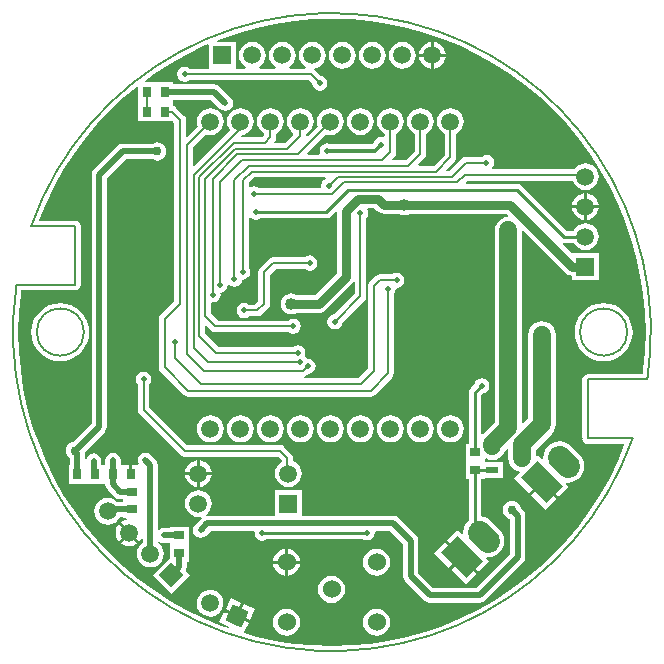
<source format=gbl>
%FSLAX25Y25*%
%MOIN*%
G70*
G01*
G75*
G04 Layer_Physical_Order=2*
G04 Layer_Color=16711680*
%ADD10R,0.03347X0.02756*%
%ADD11R,0.02362X0.03937*%
%ADD12O,0.04724X0.00984*%
%ADD13R,0.04724X0.01772*%
%ADD14O,0.04724X0.01772*%
%ADD15O,0.00984X0.04724*%
%ADD16O,0.01772X0.04724*%
%ADD17R,0.03937X0.02362*%
%ADD18R,0.02756X0.03347*%
%ADD19R,0.04724X0.01969*%
%ADD20O,0.03543X0.01969*%
%ADD21O,0.03543X0.01969*%
%ADD22R,0.03543X0.01969*%
%ADD23O,0.02500X0.05500*%
%ADD24R,0.02500X0.05500*%
%ADD25R,0.07874X0.07874*%
%ADD26C,0.01200*%
%ADD27C,0.06000*%
%ADD28C,0.01000*%
%ADD29C,0.02000*%
%ADD30C,0.00800*%
%ADD31C,0.01500*%
%ADD32C,0.03000*%
%ADD33C,0.05000*%
%ADD34C,0.00500*%
%ADD35C,0.05906*%
%ADD36P,0.08352X4X180.0*%
%ADD37R,0.05906X0.05906*%
G04:AMPARAMS|DCode=38|XSize=78.74mil|YSize=118.11mil|CornerRadius=0mil|HoleSize=0mil|Usage=FLASHONLY|Rotation=45.000|XOffset=0mil|YOffset=0mil|HoleType=Round|Shape=Rectangle|*
%AMROTATEDRECTD38*
4,1,4,0.01392,-0.06960,-0.06960,0.01392,-0.01392,0.06960,0.06960,-0.01392,0.01392,-0.06960,0.0*
%
%ADD38ROTATEDRECTD38*%

G04:AMPARAMS|DCode=39|XSize=78.74mil|YSize=118.11mil|CornerRadius=0mil|HoleSize=0mil|Usage=FLASHONLY|Rotation=45.000|XOffset=0mil|YOffset=0mil|HoleType=Round|Shape=Round|*
%AMOVALD39*
21,1,0.03937,0.07874,0.00000,0.00000,135.0*
1,1,0.07874,0.01392,-0.01392*
1,1,0.07874,-0.01392,0.01392*
%
%ADD39OVALD39*%

%ADD40C,0.06000*%
%ADD41P,0.08352X4X200.0*%
%ADD42R,0.05906X0.05906*%
%ADD43C,0.03000*%
%ADD44C,0.02000*%
%ADD45C,0.04000*%
%ADD46C,0.05000*%
G36*
X6292Y104287D02*
X12581Y103715D01*
X18824Y102765D01*
X24999Y101439D01*
X31082Y99743D01*
X37052Y97683D01*
X42887Y95267D01*
X48564Y92502D01*
X54065Y89400D01*
X59369Y85971D01*
X64455Y82228D01*
X69307Y78185D01*
X73905Y73856D01*
X78234Y69258D01*
X82277Y64406D01*
X86020Y59320D01*
X89448Y54016D01*
X92551Y48516D01*
X95315Y42838D01*
X97732Y37003D01*
X99792Y31033D01*
X101488Y24950D01*
X102814Y18775D01*
X103764Y12532D01*
X104335Y6243D01*
X104526Y-70D01*
X104335Y-6382D01*
X103764Y-12671D01*
X103557Y-14033D01*
X85294D01*
X84611Y-14169D01*
X84032Y-14556D01*
X83646Y-15135D01*
X83510Y-15818D01*
Y-35418D01*
X83518Y-35460D01*
X83510Y-35503D01*
X83646Y-36186D01*
X84032Y-36764D01*
X84611Y-37151D01*
X85294Y-37287D01*
X97222D01*
X97500Y-37703D01*
X95315Y-42977D01*
X92551Y-48655D01*
X89448Y-54156D01*
X86020Y-59459D01*
X82277Y-64546D01*
X78234Y-69397D01*
X73905Y-73996D01*
X69307Y-78324D01*
X64455Y-82367D01*
X59369Y-86110D01*
X54065Y-89539D01*
X48564Y-92641D01*
X42887Y-95406D01*
X37052Y-97823D01*
X31082Y-99883D01*
X24999Y-101579D01*
X18824Y-102904D01*
X12581Y-103854D01*
X6292Y-104426D01*
X-21Y-104617D01*
X-6333Y-104426D01*
X-12623Y-103854D01*
X-18866Y-102904D01*
X-25041Y-101579D01*
X-29005Y-100473D01*
X-29214Y-100019D01*
X-27776Y-96935D01*
X-31810Y-95054D01*
D01*
X-35847Y-93171D01*
X-37517Y-96754D01*
X-34263Y-98272D01*
X-34450Y-98735D01*
X-37094Y-97823D01*
X-42928Y-95406D01*
X-48606Y-92641D01*
X-54107Y-89539D01*
X-59410Y-86110D01*
X-64497Y-82367D01*
X-69348Y-78324D01*
X-73947Y-73996D01*
X-78275Y-69397D01*
X-82318Y-64546D01*
X-86061Y-59459D01*
X-89490Y-54156D01*
X-92593Y-48655D01*
X-95357Y-42977D01*
X-97774Y-37143D01*
X-99834Y-31173D01*
X-101530Y-25089D01*
X-102855Y-18915D01*
X-103805Y-12671D01*
X-104377Y-6382D01*
X-104568Y-70D01*
X-104377Y6243D01*
X-103805Y12532D01*
X-103598Y13894D01*
X-85536D01*
X-84853Y14030D01*
X-84274Y14417D01*
X-83887Y14996D01*
X-83751Y15678D01*
Y35278D01*
X-83887Y35961D01*
X-84274Y36540D01*
X-84853Y36927D01*
X-85536Y37063D01*
X-97299D01*
X-97577Y37478D01*
X-95357Y42838D01*
X-92593Y48516D01*
X-89490Y54016D01*
X-86061Y59320D01*
X-82318Y64406D01*
X-78275Y69258D01*
X-73947Y73856D01*
X-69348Y78185D01*
X-65036Y81778D01*
X-64583Y81566D01*
Y76927D01*
X-64578D01*
Y76573D01*
X-64578D01*
Y70227D01*
X-58822D01*
X-58822Y70227D01*
Y70227D01*
X-58822D01*
X-58672D01*
X-58469Y70227D01*
X-58469Y70227D01*
Y70227D01*
X-52917D01*
D01*
Y70227D01*
X-52537Y69311D01*
Y10302D01*
X-57164Y5675D01*
X-57584Y5047D01*
X-57732Y4306D01*
Y-11806D01*
X-57732Y-11806D01*
X-57732D01*
X-57584Y-12547D01*
X-57164Y-13175D01*
X-49370Y-20970D01*
X-48741Y-21390D01*
X-48000Y-21537D01*
X12900D01*
X13641Y-21390D01*
X14270Y-20970D01*
X20070Y-15170D01*
X20490Y-14541D01*
X20637Y-13800D01*
X20637Y-13800D01*
X20637Y-13800D01*
Y-13800D01*
Y12599D01*
X21055Y13225D01*
X21249Y14200D01*
X21208Y14405D01*
X21562Y14759D01*
X21600Y14751D01*
X22576Y14945D01*
X23402Y15498D01*
X23955Y16325D01*
X24149Y17300D01*
X23955Y18275D01*
X23402Y19102D01*
X22576Y19655D01*
X21600Y19849D01*
X20625Y19655D01*
X19999Y19237D01*
X15900D01*
X15159Y19090D01*
X14530Y18670D01*
X12730Y16870D01*
X12310Y16241D01*
X12163Y15500D01*
Y-12098D01*
X8898Y-15363D01*
X-9189D01*
X-9238Y-14865D01*
X-8859Y-14790D01*
X-8230Y-14370D01*
X-7762Y-13902D01*
X-7025Y-13755D01*
X-6198Y-13202D01*
X-5645Y-12375D01*
X-5451Y-11400D01*
X-5645Y-10425D01*
X-6198Y-9598D01*
X-7025Y-9045D01*
X-8000Y-8851D01*
X-8387Y-8928D01*
X-8388Y-8924D01*
X-8940Y-8098D01*
X-9115Y-7981D01*
X-9045Y-7875D01*
X-8851Y-6900D01*
X-9045Y-5925D01*
X-9598Y-5098D01*
X-10425Y-4545D01*
X-11400Y-4351D01*
X-12375Y-4545D01*
X-13001Y-4963D01*
X-37698D01*
X-42263Y-398D01*
Y1870D01*
X-41801Y2061D01*
X-40270Y530D01*
X-39641Y110D01*
X-38900Y-37D01*
X-14501D01*
X-13875Y-455D01*
X-12900Y-649D01*
X-11925Y-455D01*
X-11098Y98D01*
X-10545Y924D01*
X-10351Y1900D01*
X-10545Y2875D01*
X-11098Y3702D01*
X-11925Y4255D01*
X-12900Y4449D01*
X-13875Y4255D01*
X-14501Y3837D01*
X-38098D01*
X-40463Y6202D01*
Y9729D01*
X-40076Y10046D01*
X-39600Y9951D01*
X-38625Y10145D01*
X-37798Y10698D01*
X-37245Y11525D01*
X-37051Y12500D01*
X-37166Y13078D01*
X-36325Y13245D01*
X-35498Y13798D01*
X-34945Y14625D01*
X-34751Y15598D01*
X-34290Y15789D01*
X-33476Y15245D01*
X-32500Y15051D01*
X-31525Y15245D01*
X-30698Y15798D01*
X-30145Y16624D01*
X-30008Y17312D01*
X-29800Y17451D01*
X-29800Y17451D01*
Y17451D01*
X-28824Y17645D01*
X-27998Y18198D01*
X-27445Y19025D01*
X-27251Y20000D01*
X-27445Y20976D01*
X-27563Y21152D01*
Y37908D01*
X-27122Y38144D01*
X-26375Y37645D01*
X-25400Y37451D01*
X-24424Y37645D01*
X-23952Y37961D01*
X-1900D01*
X-1120Y38116D01*
X-458Y38558D01*
X1112Y40128D01*
X1574Y39937D01*
Y19653D01*
X-5653Y12426D01*
X-11694D01*
X-11735Y12457D01*
X-12586Y12810D01*
X-13500Y12930D01*
X-14414Y12810D01*
X-15265Y12457D01*
X-15996Y11896D01*
X-16557Y11165D01*
X-16910Y10314D01*
X-17030Y9400D01*
X-16910Y8486D01*
X-16557Y7635D01*
X-15996Y6904D01*
X-15265Y6343D01*
X-14414Y5990D01*
X-13500Y5870D01*
X-12586Y5990D01*
X-11735Y6343D01*
X-11694Y6374D01*
X-4400D01*
X-3617Y6477D01*
X-3101Y6691D01*
X-2887Y6780D01*
X-2260Y7260D01*
X6740Y16260D01*
X7089Y16716D01*
X7563Y16555D01*
Y12702D01*
X762Y5902D01*
X25Y5755D01*
X-802Y5202D01*
X-1355Y4375D01*
X-1549Y3400D01*
X-1355Y2424D01*
X-802Y1598D01*
X25Y1045D01*
X1000Y851D01*
X1976Y1045D01*
X2802Y1598D01*
X3355Y2424D01*
X3502Y3162D01*
X10870Y10530D01*
X11290Y11159D01*
X11437Y11900D01*
X11437Y11900D01*
X11437Y11900D01*
Y11900D01*
Y38099D01*
X11855Y38724D01*
X12049Y39700D01*
X11855Y40676D01*
X11683Y40933D01*
X11918Y41374D01*
X14047D01*
X15066Y40355D01*
X15066D01*
X15066Y40355D01*
X15066Y40355D01*
Y40355D01*
X15693Y39874D01*
X16422Y39572D01*
X16814Y39520D01*
X17206Y39469D01*
X17206Y39469D01*
X22294D01*
X22335Y39437D01*
X23186Y39085D01*
X24100Y38964D01*
X25014Y39085D01*
X25865Y39437D01*
X25906Y39469D01*
X58152D01*
X58738Y38883D01*
X58577Y38410D01*
X57625Y38284D01*
X56531Y37831D01*
X55591Y37109D01*
X54869Y36169D01*
X54416Y35075D01*
X54261Y33900D01*
Y-30063D01*
X50291Y-34034D01*
X50213Y-34135D01*
X49739Y-33974D01*
Y-20945D01*
X50318Y-20366D01*
X50876Y-20255D01*
X51702Y-19702D01*
X52255Y-18876D01*
X52449Y-17900D01*
X52255Y-16925D01*
X51702Y-16098D01*
X50876Y-15545D01*
X49900Y-15351D01*
X48924Y-15545D01*
X48098Y-16098D01*
X47545Y-16925D01*
X47434Y-17482D01*
X46258Y-18658D01*
X45816Y-19320D01*
X45661Y-20100D01*
Y-37216D01*
X44527D01*
Y-42768D01*
X44527Y-42768D01*
X44527D01*
X44527Y-42972D01*
Y-43122D01*
D01*
D01*
D01*
X44527D01*
D01*
Y-48878D01*
X45661D01*
Y-62645D01*
X45280Y-62938D01*
X44408Y-64073D01*
X43861Y-65396D01*
X43674Y-66815D01*
X43719Y-67160D01*
X43271Y-67382D01*
X41808Y-65919D01*
X38317Y-69410D01*
X43553Y-74646D01*
D01*
X43554Y-74646D01*
X43554Y-74647D01*
D01*
X48790Y-79883D01*
X52281Y-76392D01*
X51375Y-75486D01*
X51596Y-75038D01*
X51941Y-75083D01*
X53361Y-74896D01*
X54683Y-74348D01*
X55819Y-73477D01*
X56691Y-72341D01*
X57239Y-71019D01*
X57425Y-69599D01*
X57239Y-68180D01*
X56691Y-66857D01*
X55819Y-65721D01*
X53035Y-62938D01*
X51899Y-62066D01*
X50577Y-61518D01*
X49739Y-61408D01*
Y-48878D01*
X50873D01*
Y-48681D01*
X56968D01*
Y-43319D01*
X50873D01*
X50873Y-43122D01*
X50873D01*
Y-42972D01*
X50873Y-42768D01*
X50873Y-42768D01*
X50873D01*
Y-42359D01*
X51289Y-42081D01*
X52325Y-42510D01*
X53500Y-42665D01*
X54675Y-42510D01*
X55769Y-42057D01*
X56709Y-41335D01*
X57431Y-40395D01*
X57884Y-39301D01*
X57888Y-39274D01*
X58342Y-38820D01*
X58804Y-39011D01*
Y-42063D01*
X58958Y-43238D01*
X59412Y-44332D01*
X60133Y-45272D01*
X61073Y-45994D01*
X62168Y-46447D01*
X62413Y-46479D01*
X62574Y-46953D01*
X60819Y-48708D01*
X65702Y-53591D01*
X69547Y-49746D01*
X69900Y-50099D01*
X70253Y-49746D01*
X75490Y-54983D01*
X78981Y-51492D01*
X78075Y-50586D01*
X78296Y-50138D01*
X78641Y-50183D01*
X80061Y-49996D01*
X81383Y-49448D01*
X82519Y-48577D01*
X83391Y-47441D01*
X83938Y-46119D01*
X84125Y-44699D01*
X83938Y-43280D01*
X83391Y-41957D01*
X82519Y-40821D01*
X79735Y-38038D01*
X78600Y-37166D01*
X77277Y-36618D01*
X75858Y-36432D01*
X74438Y-36618D01*
X73116Y-37166D01*
X71980Y-38038D01*
X71108Y-39173D01*
X70560Y-40496D01*
X70374Y-41915D01*
X70419Y-42260D01*
X69971Y-42481D01*
X68508Y-41019D01*
X68343Y-41184D01*
X67881Y-40992D01*
Y-39180D01*
X73209Y-33852D01*
X73931Y-32912D01*
X74119Y-32458D01*
X74384Y-31817D01*
X74539Y-30643D01*
Y-900D01*
X74384Y275D01*
X73931Y1369D01*
X73209Y2309D01*
X72269Y3031D01*
X71175Y3484D01*
X70000Y3639D01*
X68825Y3484D01*
X67731Y3031D01*
X66791Y2309D01*
X66069Y1369D01*
X65616Y275D01*
X65461Y-900D01*
Y-28763D01*
X63801Y-30423D01*
X63339Y-30231D01*
Y33629D01*
X63801Y33820D01*
X77960Y19660D01*
X78587Y19180D01*
X78801Y19091D01*
X79317Y18877D01*
X80047Y18781D01*
Y17347D01*
X88953D01*
Y26253D01*
X80047D01*
X80047Y26253D01*
Y26253D01*
X79962Y26217D01*
X76784Y29396D01*
X77019Y29836D01*
X77400Y29761D01*
X80525D01*
X80611Y29554D01*
X81324Y28624D01*
X82254Y27911D01*
X83338Y27462D01*
X84500Y27309D01*
X85662Y27462D01*
X86746Y27911D01*
X87676Y28624D01*
X88389Y29554D01*
X88838Y30638D01*
X88991Y31800D01*
X88838Y32962D01*
X88389Y34046D01*
X87676Y34976D01*
X86746Y35689D01*
X85662Y36138D01*
X84500Y36291D01*
X83338Y36138D01*
X82254Y35689D01*
X81324Y34976D01*
X80611Y34046D01*
X80525Y33839D01*
X78245D01*
X63242Y48842D01*
X62580Y49284D01*
X61800Y49439D01*
X44732D01*
X44541Y49901D01*
X45008Y50368D01*
X80273D01*
X80611Y49554D01*
X81324Y48624D01*
X82254Y47910D01*
X83338Y47462D01*
X84500Y47309D01*
X85662Y47462D01*
X86746Y47910D01*
X87676Y48624D01*
X88389Y49554D01*
X88838Y50638D01*
X88991Y51800D01*
X88838Y52962D01*
X88389Y54046D01*
X87676Y54976D01*
X86746Y55690D01*
X85662Y56138D01*
X84500Y56291D01*
X83338Y56138D01*
X82254Y55690D01*
X81324Y54976D01*
X80762Y54243D01*
X53440D01*
X53302Y54698D01*
X53855Y55524D01*
X54049Y56500D01*
X53855Y57476D01*
X53302Y58302D01*
X52476Y58855D01*
X51500Y59049D01*
X50524Y58855D01*
X49899Y58437D01*
X44800D01*
X44059Y58290D01*
X43430Y57870D01*
X39198Y53637D01*
X38230D01*
X38039Y54099D01*
X40870Y56930D01*
X41290Y57559D01*
X41437Y58300D01*
X41437Y58300D01*
X41437Y58300D01*
Y58300D01*
Y66083D01*
X41746Y66211D01*
X42676Y66924D01*
X43389Y67854D01*
X43838Y68938D01*
X43991Y70100D01*
X43838Y71262D01*
X43389Y72346D01*
X42676Y73276D01*
X41746Y73989D01*
X40662Y74438D01*
X39500Y74591D01*
X38338Y74438D01*
X37254Y73989D01*
X36324Y73276D01*
X35610Y72346D01*
X35162Y71262D01*
X35009Y70100D01*
X35162Y68938D01*
X35610Y67854D01*
X36324Y66924D01*
X37254Y66211D01*
X37563Y66083D01*
Y59102D01*
X33898Y55437D01*
X28930D01*
X28739Y55899D01*
X30870Y58030D01*
X31290Y58659D01*
X31437Y59400D01*
X31437Y59400D01*
X31437Y59400D01*
Y59400D01*
Y66083D01*
X31746Y66211D01*
X32676Y66924D01*
X33389Y67854D01*
X33838Y68938D01*
X33991Y70100D01*
X33838Y71262D01*
X33389Y72346D01*
X32676Y73276D01*
X31746Y73989D01*
X30662Y74438D01*
X29500Y74591D01*
X28338Y74438D01*
X27254Y73989D01*
X26324Y73276D01*
X25611Y72346D01*
X25162Y71262D01*
X25009Y70100D01*
X25162Y68938D01*
X25611Y67854D01*
X26324Y66924D01*
X27254Y66211D01*
X27563Y66083D01*
Y60202D01*
X24598Y57237D01*
X20230D01*
X20039Y57699D01*
X20870Y58530D01*
X21290Y59159D01*
X21437Y59900D01*
X21437Y59900D01*
X21437Y59900D01*
Y59900D01*
Y66083D01*
X21746Y66211D01*
X22676Y66924D01*
X23389Y67854D01*
X23838Y68938D01*
X23991Y70100D01*
X23838Y71262D01*
X23389Y72346D01*
X22676Y73276D01*
X21746Y73989D01*
X20662Y74438D01*
X19500Y74591D01*
X18338Y74438D01*
X17254Y73989D01*
X16324Y73276D01*
X15610Y72346D01*
X15162Y71262D01*
X15009Y70100D01*
X15162Y68938D01*
X15610Y67854D01*
X16324Y66924D01*
X17254Y66211D01*
X17563Y66083D01*
Y65212D01*
X17176Y64895D01*
X16400Y65049D01*
X15425Y64855D01*
X14598Y64302D01*
X14045Y63476D01*
X13970Y63098D01*
X13413Y62541D01*
X-205D01*
X-525Y62755D01*
X-1500Y62949D01*
X-2475Y62755D01*
X-3302Y62202D01*
X-3855Y61375D01*
X-4049Y60400D01*
X-3875Y59524D01*
X-4192Y59137D01*
X-8070D01*
X-8261Y59599D01*
X-1971Y65890D01*
X-1662Y65762D01*
X-500Y65609D01*
X662Y65762D01*
X1746Y66211D01*
X2676Y66924D01*
X3390Y67854D01*
X3838Y68938D01*
X3991Y70100D01*
X3838Y71262D01*
X3390Y72346D01*
X2676Y73276D01*
X1746Y73989D01*
X662Y74438D01*
X-500Y74591D01*
X-1662Y74438D01*
X-2746Y73989D01*
X-3676Y73276D01*
X-4389Y72346D01*
X-4838Y71262D01*
X-4991Y70100D01*
X-4838Y68938D01*
X-4710Y68629D01*
X-8133Y65206D01*
X-8574Y65442D01*
X-8563Y65500D01*
X-8563Y65500D01*
X-8563Y65500D01*
Y65500D01*
Y66083D01*
X-8254Y66211D01*
X-7324Y66924D01*
X-6611Y67854D01*
X-6162Y68938D01*
X-6009Y70100D01*
X-6162Y71262D01*
X-6611Y72346D01*
X-7324Y73276D01*
X-8254Y73989D01*
X-9338Y74438D01*
X-10500Y74591D01*
X-11662Y74438D01*
X-12746Y73989D01*
X-13676Y73276D01*
X-14390Y72346D01*
X-14838Y71262D01*
X-14991Y70100D01*
X-14838Y68938D01*
X-14390Y67854D01*
X-13676Y66924D01*
X-12924Y66347D01*
X-12891Y65848D01*
X-15702Y63037D01*
X-18970D01*
X-19161Y63499D01*
X-19130Y63530D01*
X-18710Y64159D01*
X-18563Y64900D01*
Y66083D01*
X-18254Y66211D01*
X-17324Y66924D01*
X-16611Y67854D01*
X-16162Y68938D01*
X-16009Y70100D01*
X-16162Y71262D01*
X-16611Y72346D01*
X-17324Y73276D01*
X-18254Y73989D01*
X-19338Y74438D01*
X-20500Y74591D01*
X-21662Y74438D01*
X-22746Y73989D01*
X-23676Y73276D01*
X-24389Y72346D01*
X-24838Y71262D01*
X-24991Y70100D01*
X-24838Y68938D01*
X-24389Y67854D01*
X-23676Y66924D01*
X-22746Y66211D01*
X-22584Y66144D01*
X-22486Y65653D01*
X-23202Y64937D01*
X-30015D01*
X-30207Y65399D01*
X-29921Y65685D01*
X-29338Y65762D01*
X-28254Y66211D01*
X-27324Y66924D01*
X-26611Y67854D01*
X-26162Y68938D01*
X-26009Y70100D01*
X-26162Y71262D01*
X-26611Y72346D01*
X-27324Y73276D01*
X-28254Y73989D01*
X-29338Y74438D01*
X-30500Y74591D01*
X-31662Y74438D01*
X-32746Y73989D01*
X-33676Y73276D01*
X-34389Y72346D01*
X-34838Y71262D01*
X-34991Y70100D01*
X-34838Y68938D01*
X-34389Y67854D01*
X-33886Y67199D01*
X-45801Y55284D01*
X-46263Y55476D01*
Y61598D01*
X-41971Y65890D01*
X-41662Y65762D01*
X-40500Y65609D01*
X-39338Y65762D01*
X-38254Y66211D01*
X-37324Y66924D01*
X-36611Y67854D01*
X-36162Y68938D01*
X-36009Y70100D01*
X-36162Y71262D01*
X-36611Y72346D01*
X-37324Y73276D01*
X-38254Y73989D01*
X-39338Y74438D01*
X-40500Y74591D01*
X-41662Y74438D01*
X-42746Y73989D01*
X-43676Y73276D01*
X-44390Y72346D01*
X-44838Y71262D01*
X-44991Y70100D01*
X-44838Y68938D01*
X-44710Y68629D01*
X-48201Y65139D01*
X-48663Y65330D01*
Y70800D01*
X-48810Y71541D01*
X-49230Y72170D01*
X-51830Y74770D01*
X-52459Y75190D01*
X-52486Y75195D01*
X-52917Y75281D01*
Y76573D01*
X-52917Y76573D01*
X-52917D01*
X-52922Y76927D01*
D01*
X-52922Y76927D01*
D01*
D01*
X-52922Y77351D01*
X-52800Y77451D01*
X-40256D01*
X-37302Y74498D01*
X-36476Y73945D01*
X-35500Y73751D01*
X-34525Y73945D01*
X-33698Y74498D01*
X-33145Y75324D01*
X-32951Y76300D01*
X-33145Y77276D01*
X-33698Y78102D01*
X-37398Y81802D01*
X-38225Y82355D01*
X-39200Y82549D01*
X-52397D01*
X-52900Y82649D01*
X-52922D01*
Y83273D01*
X-58474D01*
X-58474Y83273D01*
Y83273D01*
X-58678Y83273D01*
X-58753D01*
X-58828D01*
X-59031Y83273D01*
X-59031Y83273D01*
Y83273D01*
X-62275D01*
X-62431Y83748D01*
X-59410Y85971D01*
X-54107Y89400D01*
X-48606Y92502D01*
X-42928Y95267D01*
X-41368Y95913D01*
X-40953Y95635D01*
Y87837D01*
X-47499D01*
X-48125Y88255D01*
X-49100Y88449D01*
X-50076Y88255D01*
X-50902Y87702D01*
X-51455Y86875D01*
X-51649Y85900D01*
X-51455Y84925D01*
X-50902Y84098D01*
X-50076Y83545D01*
X-49100Y83351D01*
X-48125Y83545D01*
X-47499Y83963D01*
X-7802D01*
X-6602Y82762D01*
X-6455Y82025D01*
X-5902Y81198D01*
X-5076Y80645D01*
X-4100Y80451D01*
X-3125Y80645D01*
X-2298Y81198D01*
X-1745Y82025D01*
X-1551Y83000D01*
X-1745Y83975D01*
X-2298Y84802D01*
X-3125Y85355D01*
X-3862Y85502D01*
X-5630Y87270D01*
X-6259Y87690D01*
X-5338Y87862D01*
X-5338D01*
X-4254Y88310D01*
X-3324Y89024D01*
X-2610Y89954D01*
X-2162Y91038D01*
X-2009Y92200D01*
X-2162Y93362D01*
X-2610Y94446D01*
X-3324Y95376D01*
X-4254Y96090D01*
X-5338Y96538D01*
X-6500Y96691D01*
X-7662Y96538D01*
X-8746Y96090D01*
X-9676Y95376D01*
X-10390Y94446D01*
X-10838Y93362D01*
X-10991Y92200D01*
X-10838Y91038D01*
X-10390Y89954D01*
X-9676Y89024D01*
X-8746Y88310D01*
X-8746Y88310D01*
D01*
X-8746Y88310D01*
X-8942Y87837D01*
X-14058D01*
X-14254Y88310D01*
X-14254Y88310D01*
X-14254Y88310D01*
X-14254Y88310D01*
X-13324Y89024D01*
X-12610Y89954D01*
X-12162Y91038D01*
X-12009Y92200D01*
X-12162Y93362D01*
X-12610Y94446D01*
X-13324Y95376D01*
X-14254Y96090D01*
X-15338Y96538D01*
X-16500Y96691D01*
X-17662Y96538D01*
X-18746Y96090D01*
X-19676Y95376D01*
X-20390Y94446D01*
X-20838Y93362D01*
X-20991Y92200D01*
X-20838Y91038D01*
X-20390Y89954D01*
X-19676Y89024D01*
X-18746Y88310D01*
X-18746Y88310D01*
D01*
X-18746Y88310D01*
X-18942Y87837D01*
X-24058D01*
X-24254Y88310D01*
X-24254Y88310D01*
X-24254Y88310D01*
X-24254Y88310D01*
X-23324Y89024D01*
X-22611Y89954D01*
X-22162Y91038D01*
X-22009Y92200D01*
X-22162Y93362D01*
X-22611Y94446D01*
X-23324Y95376D01*
X-24254Y96090D01*
X-25338Y96538D01*
X-26500Y96691D01*
X-27662Y96538D01*
X-28746Y96090D01*
X-29676Y95376D01*
X-30389Y94446D01*
X-30838Y93362D01*
X-30991Y92200D01*
X-30838Y91038D01*
X-30389Y89954D01*
X-29676Y89024D01*
X-28746Y88310D01*
X-28746Y88310D01*
D01*
X-28746Y88310D01*
X-28942Y87837D01*
X-32047D01*
Y96653D01*
X-38300D01*
X-38398Y97143D01*
X-37094Y97683D01*
X-31124Y99743D01*
X-25041Y101439D01*
X-18866Y102765D01*
X-12623Y103715D01*
X-6333Y104287D01*
X-21Y104477D01*
X6292Y104287D01*
D02*
G37*
G36*
X-2066Y51084D02*
X-2833Y50572D01*
X-3386Y49745D01*
X-3580Y48769D01*
X-3491Y48324D01*
X-3808Y47937D01*
X-24399D01*
X-25025Y48355D01*
X-26000Y48549D01*
X-26976Y48355D01*
X-27122Y48257D01*
X-27563Y48493D01*
Y49898D01*
X-25898Y51563D01*
X-2211D01*
X-2066Y51084D01*
D02*
G37*
%LPC*%
G36*
X-71125Y-64082D02*
X-71532Y-64612D01*
X-71980Y-65696D01*
X-72133Y-66858D01*
X-71980Y-68020D01*
X-71532Y-69103D01*
X-71125Y-69634D01*
X-68349Y-66858D01*
X-71125Y-64082D01*
D02*
G37*
G36*
X69900Y-50807D02*
X66409Y-54298D01*
X71292Y-59181D01*
X74783Y-55690D01*
X69900Y-50807D01*
D02*
G37*
G36*
X-67642Y-67565D02*
X-70418Y-70341D01*
X-69888Y-70747D01*
X-68805Y-71196D01*
X-67642Y-71349D01*
X-66480Y-71196D01*
X-65397Y-70747D01*
X-64867Y-70341D01*
X-67642Y-67565D01*
D02*
G37*
G36*
X-14600Y-72227D02*
Y-76200D01*
X-10627D01*
X-10716Y-75525D01*
X-11169Y-74431D01*
X-11891Y-73491D01*
X-12831Y-72769D01*
X-13925Y-72316D01*
X-14600Y-72227D01*
D02*
G37*
G36*
X-15600D02*
X-16275Y-72316D01*
X-17369Y-72769D01*
X-18309Y-73491D01*
X-19031Y-74431D01*
X-19484Y-75525D01*
X-19573Y-76200D01*
X-15600D01*
Y-72227D01*
D02*
G37*
G36*
X-45000Y-42775D02*
X-45662Y-42862D01*
X-46746Y-43310D01*
X-47676Y-44024D01*
X-48390Y-44954D01*
X-48838Y-46038D01*
X-48925Y-46700D01*
X-45000D01*
Y-42775D01*
D02*
G37*
G36*
X-44000D02*
Y-46700D01*
X-40075D01*
X-40162Y-46038D01*
X-40611Y-44954D01*
X-41324Y-44024D01*
X-42254Y-43310D01*
X-43338Y-42862D01*
X-44000Y-42775D01*
D02*
G37*
G36*
X-40500Y-27771D02*
X-41662Y-27924D01*
X-42746Y-28373D01*
X-43676Y-29087D01*
X-44390Y-30017D01*
X-44838Y-31100D01*
X-44991Y-32262D01*
X-44838Y-33425D01*
X-44390Y-34508D01*
X-43676Y-35438D01*
X-42746Y-36152D01*
X-41662Y-36600D01*
X-40500Y-36753D01*
X-39338Y-36600D01*
X-38254Y-36152D01*
X-37324Y-35438D01*
X-36611Y-34508D01*
X-36162Y-33425D01*
X-36009Y-32262D01*
X-36162Y-31100D01*
X-36611Y-30017D01*
X-37324Y-29087D01*
X-38254Y-28373D01*
X-39338Y-27924D01*
X-40500Y-27771D01*
D02*
G37*
G36*
X-62800Y-13151D02*
X-63775Y-13345D01*
X-64602Y-13898D01*
X-65155Y-14725D01*
X-65349Y-15700D01*
X-65155Y-16676D01*
X-64737Y-17301D01*
Y-25900D01*
X-64737Y-25900D01*
X-64737D01*
X-64590Y-26641D01*
X-64170Y-27270D01*
X-50470Y-40970D01*
X-50470D01*
X-50470Y-40970D01*
X-50470Y-40970D01*
Y-40970D01*
X-49841Y-41390D01*
X-49100Y-41537D01*
X-18002D01*
X-16790Y-42750D01*
Y-43345D01*
X-17676Y-44024D01*
X-18390Y-44954D01*
X-18838Y-46038D01*
X-18991Y-47200D01*
X-18838Y-48362D01*
X-18390Y-49446D01*
X-17676Y-50376D01*
X-16746Y-51090D01*
X-15662Y-51538D01*
X-14500Y-51691D01*
X-13338Y-51538D01*
X-12254Y-51090D01*
X-11324Y-50376D01*
X-10610Y-49446D01*
X-10162Y-48362D01*
X-10009Y-47200D01*
X-10162Y-46038D01*
X-10610Y-44954D01*
X-11324Y-44024D01*
X-12254Y-43310D01*
X-12916Y-43037D01*
Y-41947D01*
X-13063Y-41206D01*
X-13483Y-40577D01*
X-15830Y-38230D01*
X-16459Y-37810D01*
X-17200Y-37663D01*
X-48298D01*
X-60863Y-25098D01*
Y-17301D01*
X-60445Y-16676D01*
X-60251Y-15700D01*
X-60445Y-14725D01*
X-60998Y-13898D01*
X-61825Y-13345D01*
X-62800Y-13151D01*
D02*
G37*
G36*
X-45000Y-47700D02*
X-48925D01*
X-48838Y-48362D01*
X-48390Y-49446D01*
X-47676Y-50376D01*
X-46746Y-51090D01*
X-45662Y-51538D01*
X-45000Y-51625D01*
Y-47700D01*
D02*
G37*
G36*
X-40075D02*
X-44000D01*
Y-51625D01*
X-43338Y-51538D01*
X-42254Y-51090D01*
X-41324Y-50376D01*
X-40611Y-49446D01*
X-40162Y-48362D01*
X-40075Y-47700D01*
D02*
G37*
G36*
X37610Y-70117D02*
X34119Y-73608D01*
X39002Y-78491D01*
X42493Y-75000D01*
X37610Y-70117D01*
D02*
G37*
G36*
X-41054Y-85900D02*
X-42199Y-86154D01*
X-43239Y-86695D01*
X-44104Y-87487D01*
X-44733Y-88476D01*
X-45086Y-89594D01*
X-45137Y-90765D01*
X-44883Y-91910D01*
X-44342Y-92950D01*
X-43550Y-93814D01*
X-42561Y-94444D01*
X-41443Y-94797D01*
X-40272Y-94848D01*
X-39127Y-94594D01*
X-38087Y-94053D01*
X-37223Y-93261D01*
X-36593Y-92272D01*
X-36240Y-91154D01*
X-36189Y-89982D01*
X-36443Y-88838D01*
X-36984Y-87798D01*
X-37776Y-86933D01*
X-38765Y-86303D01*
X-39883Y-85951D01*
X-41054Y-85900D01*
D02*
G37*
G36*
X-33754Y-88683D02*
X-35424Y-92265D01*
X-31842Y-93936D01*
X-30171Y-90353D01*
X-33754Y-88683D01*
D02*
G37*
G36*
X-29265Y-90776D02*
X-30935Y-94358D01*
X-27353Y-96029D01*
X-25683Y-92446D01*
X-29265Y-90776D01*
D02*
G37*
G36*
X-15100Y-92161D02*
X-16275Y-92316D01*
X-17369Y-92769D01*
X-18309Y-93491D01*
X-19031Y-94431D01*
X-19484Y-95525D01*
X-19639Y-96700D01*
X-19484Y-97875D01*
X-19031Y-98969D01*
X-18309Y-99909D01*
X-17369Y-100631D01*
X-16275Y-101084D01*
X-15100Y-101239D01*
X-13925Y-101084D01*
X-12831Y-100631D01*
X-11891Y-99909D01*
X-11169Y-98969D01*
X-10716Y-97875D01*
X-10561Y-96700D01*
X-10716Y-95525D01*
X-11169Y-94431D01*
X-11891Y-93491D01*
X-12831Y-92769D01*
X-13925Y-92316D01*
X-15100Y-92161D01*
D02*
G37*
G36*
X14900D02*
X13725Y-92316D01*
X12631Y-92769D01*
X11691Y-93491D01*
X10969Y-94431D01*
X10516Y-95525D01*
X10361Y-96700D01*
X10516Y-97875D01*
X10969Y-98969D01*
X11691Y-99909D01*
X12631Y-100631D01*
X13725Y-101084D01*
X14900Y-101239D01*
X16075Y-101084D01*
X17169Y-100631D01*
X18110Y-99909D01*
X18831Y-98969D01*
X19284Y-97875D01*
X19439Y-96700D01*
X19284Y-95525D01*
X18831Y-94431D01*
X18110Y-93491D01*
X17169Y-92769D01*
X16075Y-92316D01*
X14900Y-92161D01*
D02*
G37*
G36*
X-100Y-81261D02*
X-1275Y-81416D01*
X-2369Y-81869D01*
X-3309Y-82591D01*
X-4031Y-83531D01*
X-4484Y-84625D01*
X-4639Y-85800D01*
X-4484Y-86975D01*
X-4031Y-88069D01*
X-3309Y-89009D01*
X-2369Y-89731D01*
X-1275Y-90184D01*
X-100Y-90339D01*
X1075Y-90184D01*
X2169Y-89731D01*
X3109Y-89009D01*
X3831Y-88069D01*
X4284Y-86975D01*
X4439Y-85800D01*
X4284Y-84625D01*
X3831Y-83531D01*
X3109Y-82591D01*
X2169Y-81869D01*
X1075Y-81416D01*
X-100Y-81261D01*
D02*
G37*
G36*
X-15600Y-77200D02*
X-19573D01*
X-19484Y-77875D01*
X-19031Y-78969D01*
X-18309Y-79909D01*
X-17369Y-80631D01*
X-16275Y-81084D01*
X-15600Y-81173D01*
Y-77200D01*
D02*
G37*
G36*
X-10627D02*
X-14600D01*
Y-81173D01*
X-13925Y-81084D01*
X-12831Y-80631D01*
X-11891Y-79909D01*
X-11169Y-78969D01*
X-10716Y-77875D01*
X-10627Y-77200D01*
D02*
G37*
G36*
X14900Y-72161D02*
X13725Y-72316D01*
X12631Y-72769D01*
X11691Y-73491D01*
X10969Y-74431D01*
X10516Y-75525D01*
X10361Y-76700D01*
X10516Y-77875D01*
X10969Y-78969D01*
X11691Y-79909D01*
X12631Y-80631D01*
X13725Y-81084D01*
X14900Y-81239D01*
X16075Y-81084D01*
X17169Y-80631D01*
X18110Y-79909D01*
X18831Y-78969D01*
X19284Y-77875D01*
X19439Y-76700D01*
X19284Y-75525D01*
X18831Y-74431D01*
X18110Y-73491D01*
X17169Y-72769D01*
X16075Y-72316D01*
X14900Y-72161D01*
D02*
G37*
G36*
X-44500Y-52709D02*
X-45662Y-52862D01*
X-46746Y-53311D01*
X-47676Y-54024D01*
X-48390Y-54954D01*
X-48838Y-56038D01*
X-48991Y-57200D01*
X-48838Y-58362D01*
X-48390Y-59446D01*
X-47676Y-60376D01*
X-46746Y-61089D01*
X-45662Y-61538D01*
X-44500Y-61691D01*
X-43587Y-61571D01*
X-43391Y-61865D01*
X-43318Y-62013D01*
X-45602Y-64298D01*
X-46155Y-65124D01*
X-46349Y-66100D01*
X-46155Y-67076D01*
X-45602Y-67902D01*
X-44776Y-68455D01*
X-43800Y-68649D01*
X-42825Y-68455D01*
X-41998Y-67902D01*
X-40444Y-66349D01*
X-26075D01*
X-25758Y-66736D01*
X-25801Y-66948D01*
X-25607Y-67924D01*
X-25054Y-68751D01*
X-24227Y-69303D01*
X-23252Y-69497D01*
X-22276Y-69303D01*
X-21731Y-68939D01*
X10252D01*
X10725Y-69255D01*
X11700Y-69449D01*
X12675Y-69255D01*
X13502Y-68702D01*
X14055Y-67875D01*
X14249Y-66900D01*
X14216Y-66736D01*
X14534Y-66349D01*
X19444D01*
X23751Y-70656D01*
Y-81300D01*
X23751Y-81300D01*
X23751D01*
X23945Y-82275D01*
X24498Y-83102D01*
X30898Y-89502D01*
X30898D01*
X30898Y-89502D01*
X30898Y-89502D01*
Y-89502D01*
X31725Y-90055D01*
X32700Y-90249D01*
X49200D01*
X50175Y-90055D01*
X51002Y-89502D01*
X63702Y-76802D01*
X64255Y-75976D01*
X64449Y-75000D01*
X64449Y-75000D01*
X64449Y-75000D01*
Y-75000D01*
Y-61200D01*
X64255Y-60224D01*
X63702Y-59398D01*
X62945Y-58640D01*
X62929Y-58523D01*
X62627Y-57794D01*
X62146Y-57167D01*
X61520Y-56686D01*
X60790Y-56384D01*
X60007Y-56281D01*
X59224Y-56384D01*
X58494Y-56686D01*
X57867Y-57167D01*
X57386Y-57794D01*
X57084Y-58523D01*
X56981Y-59307D01*
X57084Y-60090D01*
X57386Y-60820D01*
X57867Y-61446D01*
X58494Y-61927D01*
X59224Y-62229D01*
X59340Y-62245D01*
X59351Y-62256D01*
Y-73944D01*
X48144Y-85151D01*
X33756D01*
X28849Y-80244D01*
Y-69600D01*
X28655Y-68625D01*
X28102Y-67798D01*
X22302Y-61998D01*
X21475Y-61445D01*
X20500Y-61251D01*
X-10047D01*
Y-52747D01*
X-18953D01*
Y-61251D01*
X-41500D01*
X-41723Y-61295D01*
X-41929Y-60840D01*
X-41324Y-60376D01*
X-40611Y-59446D01*
X-40162Y-58362D01*
X-40009Y-57200D01*
X-40162Y-56038D01*
X-40611Y-54954D01*
X-41324Y-54024D01*
X-42254Y-53311D01*
X-43338Y-52862D01*
X-44500Y-52709D01*
D02*
G37*
G36*
X43200Y-75707D02*
X39709Y-79198D01*
X44592Y-84081D01*
X48083Y-80590D01*
X43200Y-75707D01*
D02*
G37*
G36*
X-30500Y-27771D02*
X-31662Y-27924D01*
X-32746Y-28373D01*
X-33676Y-29087D01*
X-34389Y-30017D01*
X-34838Y-31100D01*
X-34991Y-32262D01*
X-34838Y-33425D01*
X-34389Y-34508D01*
X-33676Y-35438D01*
X-32746Y-36152D01*
X-31662Y-36600D01*
X-30500Y-36753D01*
X-29338Y-36600D01*
X-28254Y-36152D01*
X-27324Y-35438D01*
X-26611Y-34508D01*
X-26162Y-33425D01*
X-26009Y-32262D01*
X-26162Y-31100D01*
X-26611Y-30017D01*
X-27324Y-29087D01*
X-28254Y-28373D01*
X-29338Y-27924D01*
X-30500Y-27771D01*
D02*
G37*
G36*
X9500Y74591D02*
X8338Y74438D01*
X7254Y73989D01*
X6324Y73276D01*
X5610Y72346D01*
X5162Y71262D01*
X5009Y70100D01*
X5162Y68938D01*
X5610Y67854D01*
X6324Y66924D01*
X7254Y66211D01*
X8338Y65762D01*
X9500Y65609D01*
X10662Y65762D01*
X11746Y66211D01*
X12676Y66924D01*
X13389Y67854D01*
X13838Y68938D01*
X13991Y70100D01*
X13838Y71262D01*
X13389Y72346D01*
X12676Y73276D01*
X11746Y73989D01*
X10662Y74438D01*
X9500Y74591D01*
D02*
G37*
G36*
X3500Y96691D02*
X2338Y96538D01*
X1254Y96090D01*
X324Y95376D01*
X-390Y94446D01*
X-838Y93362D01*
X-991Y92200D01*
X-838Y91038D01*
X-390Y89954D01*
X324Y89024D01*
X1254Y88310D01*
X2338Y87862D01*
X3500Y87709D01*
X4662Y87862D01*
X5746Y88310D01*
X6676Y89024D01*
X7389Y89954D01*
X7838Y91038D01*
X7991Y92200D01*
X7838Y93362D01*
X7389Y94446D01*
X6676Y95376D01*
X5746Y96090D01*
X4662Y96538D01*
X3500Y96691D01*
D02*
G37*
G36*
X-58200Y63226D02*
X-58983Y63123D01*
X-59713Y62821D01*
X-59806Y62749D01*
X-69800D01*
X-70776Y62555D01*
X-71602Y62002D01*
X-79402Y54202D01*
X-79955Y53376D01*
X-80149Y52400D01*
Y-30444D01*
X-86372Y-36667D01*
X-86489Y-36683D01*
X-87218Y-36985D01*
X-87845Y-37466D01*
X-88326Y-38093D01*
X-88628Y-38822D01*
X-88731Y-39606D01*
X-88628Y-40389D01*
X-88326Y-41118D01*
X-87845Y-41745D01*
X-87454Y-42045D01*
Y-44227D01*
X-87783D01*
Y-50573D01*
X-82028D01*
X-82028Y-50573D01*
Y-50573D01*
X-82028D01*
X-81878D01*
X-81674Y-50573D01*
X-81674Y-50573D01*
Y-50573D01*
X-76122D01*
X-76122Y-50573D01*
Y-50573D01*
X-76122D01*
X-75884D01*
X-75769Y-50573D01*
Y-50573D01*
X-75555Y-50795D01*
Y-50795D01*
X-75555Y-50795D01*
X-75555D01*
X-75361Y-51770D01*
X-74808Y-52597D01*
X-72408Y-54997D01*
X-71581Y-55549D01*
X-70605Y-55743D01*
X-69773D01*
D01*
Y-55869D01*
Y-55869D01*
D01*
Y-56072D01*
Y-56072D01*
Y-56222D01*
X-69773D01*
X-69773Y-56551D01*
X-71616D01*
X-72468Y-55897D01*
X-73551Y-55449D01*
X-74713Y-55296D01*
X-75876Y-55449D01*
X-76959Y-55897D01*
X-77889Y-56611D01*
X-78603Y-57541D01*
X-79051Y-58624D01*
X-79204Y-59787D01*
X-79051Y-60949D01*
X-78603Y-62032D01*
X-77889Y-62963D01*
X-76959Y-63676D01*
X-75876Y-64125D01*
X-74713Y-64278D01*
X-73551Y-64125D01*
X-72468Y-63676D01*
X-71538Y-62963D01*
X-70824Y-62032D01*
X-70665Y-61649D01*
X-69773D01*
Y-61978D01*
X-68512D01*
X-68479Y-62477D01*
X-68805Y-62520D01*
X-69888Y-62968D01*
X-70418Y-63375D01*
X-67289Y-66504D01*
D01*
X-67289Y-66504D01*
X-67288Y-66505D01*
D01*
X-64159Y-69634D01*
X-63753Y-69103D01*
X-63611Y-68760D01*
X-63120Y-68858D01*
Y-70272D01*
X-63747Y-70753D01*
X-64460Y-71683D01*
X-64909Y-72767D01*
X-65062Y-73929D01*
X-64909Y-75091D01*
X-64460Y-76174D01*
X-63747Y-77105D01*
X-62817Y-77818D01*
X-61734Y-78267D01*
X-60571Y-78420D01*
X-59409Y-78267D01*
X-58325Y-77818D01*
X-57395Y-77105D01*
X-56682Y-76174D01*
X-56233Y-75091D01*
X-56080Y-73929D01*
X-56233Y-72767D01*
X-56682Y-71683D01*
X-57395Y-70753D01*
X-58022Y-70272D01*
Y-69986D01*
X-57581Y-69750D01*
X-56976Y-70155D01*
X-56000Y-70349D01*
X-55972Y-70344D01*
X-54073D01*
D01*
Y-70468D01*
Y-70468D01*
D01*
Y-70673D01*
Y-70672D01*
Y-70822D01*
D01*
D01*
D01*
X-54073D01*
D01*
Y-75276D01*
X-59797Y-81000D01*
X-53500Y-87297D01*
X-47203Y-81000D01*
X-48658Y-79545D01*
X-48545Y-79375D01*
X-48351Y-78400D01*
Y-76578D01*
X-47727D01*
Y-71026D01*
X-47727Y-71026D01*
D01*
D01*
X-47727Y-70822D01*
Y-70806D01*
Y-70747D01*
X-47727Y-70672D01*
X-47727Y-70468D01*
X-47727Y-70468D01*
X-47727D01*
Y-64916D01*
X-54073D01*
Y-65245D01*
X-55994D01*
X-56970Y-65439D01*
X-57581Y-65848D01*
X-58022Y-65612D01*
Y-44329D01*
X-58216Y-43354D01*
X-58769Y-42527D01*
X-60398Y-40898D01*
X-61225Y-40345D01*
X-62200Y-40151D01*
X-63175Y-40345D01*
X-64002Y-40898D01*
X-64555Y-41725D01*
X-64749Y-42700D01*
X-64555Y-43676D01*
X-64481Y-43786D01*
X-64717Y-44227D01*
X-66600D01*
Y-47401D01*
X-67600D01*
Y-44227D01*
X-69978D01*
D01*
D01*
X-69978Y-44227D01*
X-70128D01*
D01*
X-70456Y-44227D01*
Y-42805D01*
X-70651Y-41830D01*
X-71203Y-41003D01*
X-72030Y-40451D01*
X-73005Y-40257D01*
X-73981Y-40451D01*
X-74808Y-41003D01*
X-75361Y-41830D01*
X-75555Y-42805D01*
Y-44227D01*
X-75769Y-44227D01*
X-75769D01*
D01*
X-75884D01*
X-75884D01*
X-76003D01*
X-76122D01*
X-76237Y-44227D01*
X-76237Y-44227D01*
Y-44227D01*
X-76851D01*
Y-43000D01*
X-77045Y-42024D01*
X-77598Y-41198D01*
X-78425Y-40645D01*
X-79400Y-40451D01*
X-80375Y-40645D01*
X-81202Y-41198D01*
X-81755Y-42024D01*
X-81859Y-42547D01*
X-82357Y-42498D01*
Y-40405D01*
X-82447Y-39952D01*
X-75798Y-33302D01*
X-75245Y-32476D01*
X-75051Y-31500D01*
Y51344D01*
X-68744Y57651D01*
X-59806D01*
X-59713Y57579D01*
X-58983Y57277D01*
X-58200Y57174D01*
X-57417Y57277D01*
X-56687Y57579D01*
X-56060Y58060D01*
X-55580Y58687D01*
X-55277Y59417D01*
X-55174Y60200D01*
X-55277Y60983D01*
X-55580Y61713D01*
X-56060Y62340D01*
X-56687Y62821D01*
X-57417Y63123D01*
X-58200Y63226D01*
D02*
G37*
G36*
X84000Y46225D02*
X83338Y46138D01*
X82254Y45689D01*
X81324Y44976D01*
X80611Y44046D01*
X80162Y42962D01*
X80075Y42300D01*
X84000D01*
Y46225D01*
D02*
G37*
G36*
X85000D02*
Y42300D01*
X88925D01*
X88838Y42962D01*
X88389Y44046D01*
X87676Y44976D01*
X86746Y45689D01*
X85662Y46138D01*
X85000Y46225D01*
D02*
G37*
G36*
X13500Y96691D02*
X12338Y96538D01*
X11254Y96090D01*
X10324Y95376D01*
X9611Y94446D01*
X9162Y93362D01*
X9009Y92200D01*
X9162Y91038D01*
X9611Y89954D01*
X10324Y89024D01*
X11254Y88310D01*
X12338Y87862D01*
X13500Y87709D01*
X14662Y87862D01*
X15746Y88310D01*
X16676Y89024D01*
X17390Y89954D01*
X17838Y91038D01*
X17991Y92200D01*
X17838Y93362D01*
X17390Y94446D01*
X16676Y95376D01*
X15746Y96090D01*
X14662Y96538D01*
X13500Y96691D01*
D02*
G37*
G36*
X33000Y96625D02*
X32338Y96538D01*
X31254Y96090D01*
X30324Y95376D01*
X29610Y94446D01*
X29162Y93362D01*
X29075Y92700D01*
X33000D01*
Y96625D01*
D02*
G37*
G36*
X34000D02*
Y92700D01*
X37925D01*
X37838Y93362D01*
X37389Y94446D01*
X36676Y95376D01*
X35746Y96090D01*
X34662Y96538D01*
X34000Y96625D01*
D02*
G37*
G36*
X37925Y91700D02*
X34000D01*
Y87775D01*
X34662Y87862D01*
X35746Y88310D01*
X36676Y89024D01*
X37389Y89954D01*
X37838Y91038D01*
X37925Y91700D01*
D02*
G37*
G36*
X23500Y96691D02*
X22338Y96538D01*
X21254Y96090D01*
X20324Y95376D01*
X19611Y94446D01*
X19162Y93362D01*
X19009Y92200D01*
X19162Y91038D01*
X19611Y89954D01*
X20324Y89024D01*
X21254Y88310D01*
X22338Y87862D01*
X23500Y87709D01*
X24662Y87862D01*
X25746Y88310D01*
X26676Y89024D01*
X27389Y89954D01*
X27838Y91038D01*
X27991Y92200D01*
X27838Y93362D01*
X27389Y94446D01*
X26676Y95376D01*
X25746Y96090D01*
X24662Y96538D01*
X23500Y96691D01*
D02*
G37*
G36*
X33000Y91700D02*
X29075D01*
X29162Y91038D01*
X29610Y89954D01*
X30324Y89024D01*
X31254Y88310D01*
X32338Y87862D01*
X33000Y87775D01*
Y91700D01*
D02*
G37*
G36*
X88925Y41300D02*
X85000D01*
Y37375D01*
X85662Y37462D01*
X86746Y37911D01*
X87676Y38624D01*
X88389Y39554D01*
X88838Y40638D01*
X88925Y41300D01*
D02*
G37*
G36*
X9500Y-27771D02*
X8338Y-27924D01*
X7254Y-28373D01*
X6324Y-29087D01*
X5610Y-30017D01*
X5162Y-31100D01*
X5009Y-32262D01*
X5162Y-33425D01*
X5610Y-34508D01*
X6324Y-35438D01*
X7254Y-36152D01*
X8338Y-36600D01*
X9500Y-36753D01*
X10662Y-36600D01*
X11746Y-36152D01*
X12676Y-35438D01*
X13389Y-34508D01*
X13838Y-33425D01*
X13991Y-32262D01*
X13838Y-31100D01*
X13389Y-30017D01*
X12676Y-29087D01*
X11746Y-28373D01*
X10662Y-27924D01*
X9500Y-27771D01*
D02*
G37*
G36*
X19500D02*
X18338Y-27924D01*
X17254Y-28373D01*
X16324Y-29087D01*
X15610Y-30017D01*
X15162Y-31100D01*
X15009Y-32262D01*
X15162Y-33425D01*
X15610Y-34508D01*
X16324Y-35438D01*
X17254Y-36152D01*
X18338Y-36600D01*
X19500Y-36753D01*
X20662Y-36600D01*
X21746Y-36152D01*
X22676Y-35438D01*
X23389Y-34508D01*
X23838Y-33425D01*
X23991Y-32262D01*
X23838Y-31100D01*
X23389Y-30017D01*
X22676Y-29087D01*
X21746Y-28373D01*
X20662Y-27924D01*
X19500Y-27771D01*
D02*
G37*
G36*
X-500D02*
X-1662Y-27924D01*
X-2746Y-28373D01*
X-3676Y-29087D01*
X-4389Y-30017D01*
X-4838Y-31100D01*
X-4991Y-32262D01*
X-4838Y-33425D01*
X-4389Y-34508D01*
X-3676Y-35438D01*
X-2746Y-36152D01*
X-1662Y-36600D01*
X-500Y-36753D01*
X662Y-36600D01*
X1746Y-36152D01*
X2676Y-35438D01*
X3390Y-34508D01*
X3838Y-33425D01*
X3991Y-32262D01*
X3838Y-31100D01*
X3390Y-30017D01*
X2676Y-29087D01*
X1746Y-28373D01*
X662Y-27924D01*
X-500Y-27771D01*
D02*
G37*
G36*
X-20500D02*
X-21662Y-27924D01*
X-22746Y-28373D01*
X-23676Y-29087D01*
X-24389Y-30017D01*
X-24838Y-31100D01*
X-24991Y-32262D01*
X-24838Y-33425D01*
X-24389Y-34508D01*
X-23676Y-35438D01*
X-22746Y-36152D01*
X-21662Y-36600D01*
X-20500Y-36753D01*
X-19338Y-36600D01*
X-18254Y-36152D01*
X-17324Y-35438D01*
X-16611Y-34508D01*
X-16162Y-33425D01*
X-16009Y-32262D01*
X-16162Y-31100D01*
X-16611Y-30017D01*
X-17324Y-29087D01*
X-18254Y-28373D01*
X-19338Y-27924D01*
X-20500Y-27771D01*
D02*
G37*
G36*
X-10500D02*
X-11662Y-27924D01*
X-12746Y-28373D01*
X-13676Y-29087D01*
X-14390Y-30017D01*
X-14838Y-31100D01*
X-14991Y-32262D01*
X-14838Y-33425D01*
X-14390Y-34508D01*
X-13676Y-35438D01*
X-12746Y-36152D01*
X-11662Y-36600D01*
X-10500Y-36753D01*
X-9338Y-36600D01*
X-8254Y-36152D01*
X-7324Y-35438D01*
X-6611Y-34508D01*
X-6162Y-33425D01*
X-6009Y-32262D01*
X-6162Y-31100D01*
X-6611Y-30017D01*
X-7324Y-29087D01*
X-8254Y-28373D01*
X-9338Y-27924D01*
X-10500Y-27771D01*
D02*
G37*
G36*
X29500D02*
X28338Y-27924D01*
X27254Y-28373D01*
X26324Y-29087D01*
X25611Y-30017D01*
X25162Y-31100D01*
X25009Y-32262D01*
X25162Y-33425D01*
X25611Y-34508D01*
X26324Y-35438D01*
X27254Y-36152D01*
X28338Y-36600D01*
X29500Y-36753D01*
X30662Y-36600D01*
X31746Y-36152D01*
X32676Y-35438D01*
X33389Y-34508D01*
X33838Y-33425D01*
X33991Y-32262D01*
X33838Y-31100D01*
X33389Y-30017D01*
X32676Y-29087D01*
X31746Y-28373D01*
X30662Y-27924D01*
X29500Y-27771D01*
D02*
G37*
G36*
X-7400Y25549D02*
X-8375Y25355D01*
X-9001Y24937D01*
X-19500D01*
X-20241Y24790D01*
X-20870Y24370D01*
X-23970Y21270D01*
X-24390Y20641D01*
X-24537Y19900D01*
Y10263D01*
X-25663Y9137D01*
X-27599D01*
X-28225Y9555D01*
X-29200Y9749D01*
X-30176Y9555D01*
X-31002Y9002D01*
X-31555Y8175D01*
X-31749Y7200D01*
X-31555Y6225D01*
X-31002Y5398D01*
X-30176Y4845D01*
X-29200Y4651D01*
X-28225Y4845D01*
X-27599Y5263D01*
X-24860D01*
X-24119Y5410D01*
X-23491Y5830D01*
X-21230Y8090D01*
X-20810Y8719D01*
X-20663Y9460D01*
X-20663Y9460D01*
X-20663Y9460D01*
Y9460D01*
Y19098D01*
X-18698Y21063D01*
X-9001D01*
X-8375Y20645D01*
X-7400Y20451D01*
X-6425Y20645D01*
X-5598Y21198D01*
X-5045Y22025D01*
X-4851Y23000D01*
X-5045Y23976D01*
X-5598Y24802D01*
X-6425Y25355D01*
X-7400Y25549D01*
D02*
G37*
G36*
X84000Y41300D02*
X80075D01*
X80162Y40638D01*
X80611Y39554D01*
X81324Y38624D01*
X82254Y37911D01*
X83338Y37462D01*
X84000Y37375D01*
Y41300D01*
D02*
G37*
G36*
X90530Y9601D02*
X88644Y9415D01*
X86830Y8865D01*
X85158Y7971D01*
X83692Y6768D01*
X82490Y5303D01*
X81596Y3631D01*
X81046Y1817D01*
X80860Y-70D01*
X81046Y-1956D01*
X81596Y-3771D01*
X82490Y-5442D01*
X83692Y-6908D01*
X85158Y-8111D01*
X86830Y-9004D01*
X88644Y-9555D01*
X90530Y-9740D01*
X92417Y-9555D01*
X94231Y-9004D01*
X95903Y-8111D01*
X97369Y-6908D01*
X98571Y-5442D01*
X99465Y-3771D01*
X100015Y-1956D01*
X100201Y-70D01*
X100015Y1817D01*
X99465Y3631D01*
X98571Y5303D01*
X97369Y6768D01*
X95903Y7971D01*
X94231Y8865D01*
X92417Y9415D01*
X90530Y9601D01*
D02*
G37*
G36*
X39500Y-27771D02*
X38338Y-27924D01*
X37254Y-28373D01*
X36324Y-29087D01*
X35610Y-30017D01*
X35162Y-31100D01*
X35009Y-32262D01*
X35162Y-33425D01*
X35610Y-34508D01*
X36324Y-35438D01*
X37254Y-36152D01*
X38338Y-36600D01*
X39500Y-36753D01*
X40662Y-36600D01*
X41746Y-36152D01*
X42676Y-35438D01*
X43389Y-34508D01*
X43838Y-33425D01*
X43991Y-32262D01*
X43838Y-31100D01*
X43389Y-30017D01*
X42676Y-29087D01*
X41746Y-28373D01*
X40662Y-27924D01*
X39500Y-27771D01*
D02*
G37*
G36*
X-90572Y9601D02*
X-92459Y9415D01*
X-94273Y8865D01*
X-95945Y7971D01*
X-97410Y6768D01*
X-98613Y5303D01*
X-99506Y3631D01*
X-100057Y1817D01*
X-100243Y-70D01*
X-100057Y-1956D01*
X-99506Y-3771D01*
X-98613Y-5442D01*
X-97410Y-6908D01*
X-95945Y-8111D01*
X-94273Y-9004D01*
X-92459Y-9555D01*
X-90572Y-9740D01*
X-88685Y-9555D01*
X-86871Y-9004D01*
X-85199Y-8111D01*
X-83734Y-6908D01*
X-82531Y-5442D01*
X-81638Y-3771D01*
X-81087Y-1956D01*
X-80901Y-70D01*
X-81087Y1817D01*
X-81638Y3631D01*
X-82531Y5303D01*
X-83734Y6768D01*
X-85199Y7971D01*
X-86871Y8865D01*
X-88685Y9415D01*
X-90572Y9601D01*
D02*
G37*
%LPD*%
D10*
X-50900Y-67795D02*
D03*
Y-73700D02*
D03*
X47700Y-40095D02*
D03*
Y-46000D02*
D03*
X-66600Y-53194D02*
D03*
Y-59100D02*
D03*
D17*
X53500Y-38126D02*
D03*
X63342Y-42063D02*
D03*
X53500Y-46000D02*
D03*
D18*
X-73005Y-47400D02*
D03*
X-67100D02*
D03*
X-61700Y73400D02*
D03*
X-55795D02*
D03*
X-61705Y80100D02*
D03*
X-55800D02*
D03*
X-84905Y-47400D02*
D03*
X-79000D02*
D03*
D26*
X14300Y60400D02*
X16400Y62500D01*
X-1500Y60400D02*
X14300D01*
D27*
X58800Y-31943D02*
Y33900D01*
X53500Y-37243D02*
X58800Y-31943D01*
X53500Y-38126D02*
Y-37243D01*
X63342Y-37300D02*
X70000Y-30643D01*
X63342Y-42063D02*
Y-37300D01*
X70000Y-30643D02*
Y-900D01*
D28*
X-23203Y-66900D02*
X11700D01*
X-23252Y-66948D02*
X-23203Y-66900D01*
X47700Y-20100D02*
X49900Y-17900D01*
X47700Y-40095D02*
Y-20100D01*
Y-65358D02*
Y-46000D01*
Y-65358D02*
X50550Y-68207D01*
X77400Y31800D02*
X84500D01*
X61800Y47400D02*
X77400Y31800D01*
X43200Y47400D02*
X61800D01*
X43200D02*
X46300D01*
X5500D02*
X43200D01*
X-1900Y40000D02*
X5500Y47400D01*
X-25400Y40000D02*
X-1900D01*
X47700Y-46000D02*
X53500D01*
D29*
X-77600Y-31500D02*
Y52400D01*
X-69800Y60200D02*
X-58200D01*
X-77600Y52400D02*
X-69800Y60200D01*
X-85706Y-39606D02*
X-77600Y-31500D01*
X-84905Y-47400D02*
Y-40405D01*
X-85706Y-39606D02*
X-84905Y-40405D01*
X-41500Y-63800D02*
X20500D01*
X26300Y-69600D01*
Y-81300D02*
Y-69600D01*
Y-81300D02*
X32700Y-87700D01*
X49200D01*
X61900Y-75000D01*
Y-61200D01*
X60007Y-59307D02*
X61900Y-61200D01*
X-43800Y-66100D02*
X-41500Y-63800D01*
X-53500Y-81000D02*
X-50900Y-78400D01*
Y-73700D01*
X-62200Y-42700D02*
X-60571Y-44329D01*
Y-73929D02*
Y-44329D01*
X-74713Y-59787D02*
X-74026Y-59100D01*
X-66600D01*
X-55994Y-67795D02*
X-50900D01*
X-73005Y-47400D02*
Y-42805D01*
X-70605Y-53194D02*
X-66600D01*
X-73005Y-50795D02*
X-70605Y-53194D01*
X-73005Y-50795D02*
Y-47400D01*
X-79400Y-47000D02*
X-79000Y-47400D01*
X-79400Y-47000D02*
Y-43000D01*
X-39200Y80000D02*
X-35500Y76300D01*
X-52800Y80000D02*
X-39200D01*
X-52900Y80100D02*
X-52800Y80000D01*
X-55800Y80100D02*
X-52900D01*
D30*
X-46000Y52346D02*
X-30500Y67846D01*
Y70100D01*
X-46000Y-5300D02*
Y52346D01*
X-29200Y7200D02*
X-24860D01*
X-22600Y9460D01*
Y19900D01*
X-44000Y-39600D02*
X-17200D01*
X-49100D02*
X-44000D01*
X-62800Y-25900D02*
Y-15700D01*
Y-25900D02*
X-49100Y-39600D01*
X-11400Y59200D02*
X-500Y70100D01*
X-31509Y59200D02*
X-11400D01*
X-7000Y85900D02*
X-4100Y83000D01*
X-49100Y85900D02*
X-7000D01*
X-55795Y4306D02*
X-50600Y9500D01*
X-55795Y-11806D02*
Y4306D01*
X-50600Y9500D02*
Y70800D01*
X-53200Y73400D02*
X-50600Y70800D01*
X-55795Y73400D02*
X-53200D01*
X-17200Y-39600D02*
X-14853Y-41947D01*
Y-46847D02*
Y-41947D01*
X-22600Y19900D02*
X-19500Y23000D01*
X-7400D01*
X-48200Y-7400D02*
Y62400D01*
X-40500Y70100D01*
X100Y46000D02*
X4000Y49900D01*
X-26000Y46000D02*
X100D01*
X4000Y49900D02*
X41800D01*
X44205Y52306D01*
X83995D01*
X84500Y51800D01*
X-1031Y48769D02*
X1900Y51700D01*
X40000D01*
X-14853Y-46847D02*
X-14500Y-47200D01*
X15900Y17300D02*
X21600D01*
X14100Y15500D02*
X15900Y17300D01*
X14100Y-12900D02*
Y15500D01*
X9700Y-17300D02*
X14100Y-12900D01*
X-43600Y-17300D02*
X9700D01*
X-52200Y-8700D02*
X-43600Y-17300D01*
X-52200Y-8700D02*
Y-3400D01*
X40000Y51700D02*
X44800Y56500D01*
X51500D01*
X34700Y53500D02*
X39500Y58300D01*
X-29500Y20300D02*
Y50700D01*
X-26700Y53500D01*
X34700D01*
X39500Y58300D02*
Y70100D01*
X18700Y-13800D02*
Y14200D01*
X12900Y-19600D02*
X18700Y-13800D01*
X-48000Y-19600D02*
X12900D01*
X-55795Y-11806D02*
X-48000Y-19600D01*
X-61705Y73405D02*
X-61700Y73400D01*
X-61705Y73405D02*
Y80100D01*
X-42400Y5400D02*
Y50854D01*
Y5400D02*
X-38900Y1900D01*
X-12900D01*
X-39700Y51009D02*
X-31509Y59200D01*
X-39700Y12600D02*
Y51009D01*
Y12600D02*
X-39600Y12500D01*
X-30000Y57200D02*
X16800D01*
X-37300Y49900D02*
X-30000Y57200D01*
X-37300Y15600D02*
Y49900D01*
X-27800Y55300D02*
X25400D01*
X-32500Y17600D02*
Y50600D01*
X-27800Y55300D01*
X1000Y3400D02*
X9500Y11900D01*
Y39700D01*
X-29800Y20000D02*
X-29500Y20300D01*
X-42400Y50854D02*
X-32154Y61100D01*
X-38500Y-6900D02*
X-11400D01*
X-44200Y-1200D02*
X-38500Y-6900D01*
X-44200Y-1200D02*
Y51600D01*
X-32800Y63000D01*
X-46000Y-5300D02*
X-41400Y-9900D01*
X-10743D01*
X-42600Y-13000D02*
X-9600D01*
X-48200Y-7400D02*
X-42600Y-13000D01*
X-32154Y61100D02*
X-14900D01*
X-32800Y63000D02*
X-22400D01*
X-9600Y-13000D02*
X-8000Y-11400D01*
X16800Y57200D02*
X19500Y59900D01*
X25400Y55300D02*
X29500Y59400D01*
Y70100D01*
X19500Y59900D02*
Y70100D01*
X-14900Y61100D02*
X-10500Y65500D01*
Y70100D01*
X-20500Y64900D02*
Y70100D01*
X-22400Y63000D02*
X-20500Y64900D01*
D32*
X80100Y21800D02*
X84500D01*
X59405Y42494D02*
X80100Y21800D01*
X24100Y42494D02*
X59405D01*
X8800Y44400D02*
X15300D01*
X17206Y42494D01*
X24100D01*
X4600Y18400D02*
Y40200D01*
X8800Y44400D01*
X-13500Y9400D02*
X-4400D01*
X4600Y18400D01*
D34*
X105123Y-15766D02*
G03*
X-100244Y35364I-105123J15766D01*
G01*
X-105128Y15737D02*
G03*
X100221Y-35430I105128J-15737D01*
G01*
X-82677Y49D02*
G03*
X-82677Y0I-7874J-49D01*
G01*
X98425Y49D02*
G03*
X98425Y0I-7874J-49D01*
G01*
X-105128Y15748D02*
X-85515D01*
X-100199Y35348D02*
X-85515D01*
Y15748D02*
Y35348D01*
X85315Y-35348D02*
Y-15748D01*
Y-35433D02*
X100229D01*
X85315Y-15748D02*
X105000D01*
D35*
X-74713Y-59787D02*
D03*
X-67642Y-66858D02*
D03*
X-60571Y-73929D02*
D03*
X84500Y51800D02*
D03*
Y41800D02*
D03*
Y31800D02*
D03*
X39500Y70100D02*
D03*
X29500D02*
D03*
X19500D02*
D03*
X9500D02*
D03*
X-500D02*
D03*
X-10500D02*
D03*
X-20500D02*
D03*
X-30500D02*
D03*
X-40500D02*
D03*
Y-32262D02*
D03*
X-30500D02*
D03*
X-20500D02*
D03*
X-10500D02*
D03*
X-500D02*
D03*
X9500D02*
D03*
X19500D02*
D03*
X29500D02*
D03*
X39500D02*
D03*
X-40663Y-90374D02*
D03*
X-14500Y-47200D02*
D03*
X-44500Y-57200D02*
D03*
Y-47200D02*
D03*
X-26500Y92200D02*
D03*
X-16500D02*
D03*
X-6500D02*
D03*
X3500D02*
D03*
X13500D02*
D03*
X23500D02*
D03*
X33500D02*
D03*
D36*
X-53500Y-81000D02*
D03*
D37*
X84500Y21800D02*
D03*
D38*
X43200Y-75000D02*
D03*
X69900Y-50100D02*
D03*
D39*
X50550Y-68207D02*
D03*
X77249Y-43307D02*
D03*
D40*
X14900Y-96700D02*
D03*
Y-76700D02*
D03*
X-15100Y-96700D02*
D03*
Y-76700D02*
D03*
X-100Y-85800D02*
D03*
D41*
X-31600Y-94600D02*
D03*
D42*
X-14500Y-57200D02*
D03*
X-36500Y92200D02*
D03*
D43*
X23300Y76300D02*
D03*
X-45500Y-77600D02*
D03*
X-48700Y-87500D02*
D03*
X32700Y29700D02*
D03*
X42700Y-6600D02*
D03*
X-69300Y72200D02*
D03*
X-59700Y66100D02*
D03*
X-82100Y37400D02*
D03*
X-81500Y25000D02*
D03*
X-84300Y10900D02*
D03*
X10000Y-39300D02*
D03*
X-3400D02*
D03*
X-24100Y50400D02*
D03*
X96300Y14600D02*
D03*
X92700Y23200D02*
D03*
X92600Y33900D02*
D03*
X-67000Y-19000D02*
D03*
X12200Y-48100D02*
D03*
X-7300Y-45900D02*
D03*
X48400Y31700D02*
D03*
X49300Y25100D02*
D03*
X49200Y15000D02*
D03*
X9100Y77500D02*
D03*
X9000Y83400D02*
D03*
X-21900Y82700D02*
D03*
X-10000Y77300D02*
D03*
X-26100Y30300D02*
D03*
X-21000Y36100D02*
D03*
X-3000Y18600D02*
D03*
X-40200Y-24600D02*
D03*
X-71300Y-37800D02*
D03*
X-53200Y-61200D02*
D03*
X-28200Y-67700D02*
D03*
X-24900Y-76700D02*
D03*
X-27400Y-86500D02*
D03*
X35200Y-93500D02*
D03*
X23200Y-94700D02*
D03*
X21300Y-83100D02*
D03*
X55700Y63700D02*
D03*
X45600Y64400D02*
D03*
X43100Y76600D02*
D03*
X30400Y76200D02*
D03*
X19500Y80800D02*
D03*
X-1800Y79000D02*
D03*
X-29500Y78000D02*
D03*
X-73200Y63900D02*
D03*
X-82700Y54000D02*
D03*
X-85900Y41800D02*
D03*
X-70900Y21800D02*
D03*
X-71000Y30700D02*
D03*
X-71300Y40900D02*
D03*
X-57300Y49600D02*
D03*
X-57400Y38100D02*
D03*
X-58200Y25800D02*
D03*
X-97600Y-14800D02*
D03*
X-62700Y-11100D02*
D03*
X-72100Y-15600D02*
D03*
X-61600Y-5300D02*
D03*
X-70000Y-5500D02*
D03*
X31600Y-64900D02*
D03*
X13500Y-55200D02*
D03*
X19000Y-40200D02*
D03*
X3700Y-40000D02*
D03*
X-9100Y-40700D02*
D03*
X79400Y10400D02*
D03*
X68600Y9500D02*
D03*
X68700Y17700D02*
D03*
X68300Y25700D02*
D03*
X48600Y-2500D02*
D03*
X38600Y-2300D02*
D03*
X23800Y-5200D02*
D03*
X24000Y8200D02*
D03*
X-6400Y4500D02*
D03*
X-10300Y17600D02*
D03*
X14400Y31800D02*
D03*
X26800Y28100D02*
D03*
X49400Y37100D02*
D03*
X41200Y36100D02*
D03*
X32700Y35500D02*
D03*
X24700Y35400D02*
D03*
X32200Y57100D02*
D03*
X23100Y58900D02*
D03*
X-58200Y60200D02*
D03*
X-85706Y-39606D02*
D03*
X60007Y-59307D02*
D03*
X57800Y-25200D02*
D03*
D44*
X2300Y64100D02*
D03*
X-41400Y62300D02*
D03*
X-900Y26900D02*
D03*
X4600Y38700D02*
D03*
X16400Y62500D02*
D03*
X-1500Y60400D02*
D03*
X-4100Y83000D02*
D03*
X-49100Y85900D02*
D03*
X-43800Y-66100D02*
D03*
X-23252Y-66948D02*
D03*
X11700Y-66900D02*
D03*
X-62200Y-42700D02*
D03*
X-56000Y-67800D02*
D03*
X-73005Y-42805D02*
D03*
X-79400Y-43000D02*
D03*
X-26000Y46000D02*
D03*
X-25400Y40000D02*
D03*
X-35500Y76300D02*
D03*
X-52800Y80000D02*
D03*
X-62800Y-15700D02*
D03*
X21600Y17300D02*
D03*
X-52200Y-3400D02*
D03*
X-29200Y7200D02*
D03*
X-7400Y23000D02*
D03*
X18700Y14200D02*
D03*
X-1031Y48769D02*
D03*
X51500Y56500D02*
D03*
X1000Y3400D02*
D03*
X9500Y39700D02*
D03*
X-32500Y17600D02*
D03*
X-37300Y15600D02*
D03*
X-39600Y12500D02*
D03*
X-12900Y1900D02*
D03*
X-10743Y-9900D02*
D03*
X-11400Y-6900D02*
D03*
X-8000Y-11400D02*
D03*
X-29800Y20000D02*
D03*
X49900Y-17900D02*
D03*
D45*
X-13500Y9400D02*
D03*
X24100Y42494D02*
D03*
D46*
X58800Y33900D02*
D03*
X70000Y-900D02*
D03*
M02*

</source>
